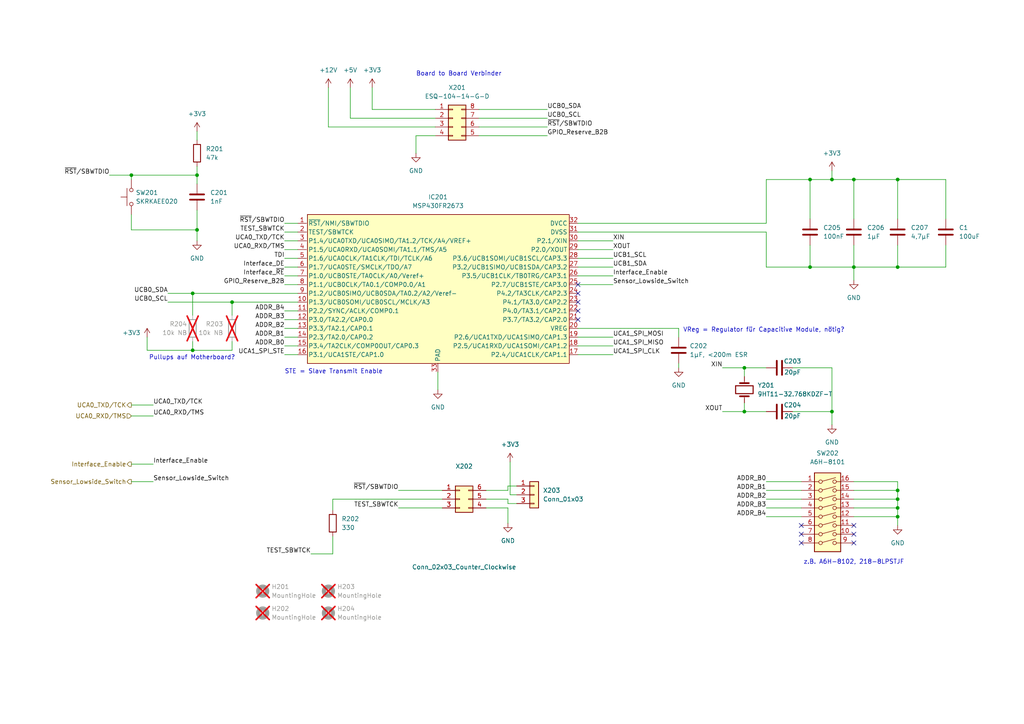
<source format=kicad_sch>
(kicad_sch (version 20250114) (generator "eeschema") (generator_version "9.0")
  (paper "A4")
  (lib_symbols
    (symbol "Connector_Generic:Conn_01x03" (pin_names (offset 1.016) (hide yes))
      (property "Reference" "J" (at 0 5.08 0))
      (property "Value" "Conn_01x03" (at 0 -5.08 0))
      (symbol "Conn_01x03_1_1"
        (rectangle (start -1.27 3.81) (end 1.27 -3.81) (stroke (width 0.254)) (fill (type background)))
        (rectangle (start -1.27 2.667) (end 0 2.413) (stroke (width 0.1524)))
        (rectangle (start -1.27 0.127) (end 0 -0.127) (stroke (width 0.1524)))
        (rectangle (start -1.27 -2.413) (end 0 -2.667) (stroke (width 0.1524)))
        (pin passive line (at -5.08 2.54 0) (length 3.81) (name "Pin_1") (number "1"))
        (pin passive line (at -5.08 0 0) (length 3.81) (name "Pin_2") (number "2"))
        (pin passive line (at -5.08 -2.54 0) (length 3.81) (name "Pin_3") (number "3"))
      )
    )
    (symbol "Connector_Generic:Conn_02x03_Counter_Clockwise" (pin_names (offset 1.016) (hide yes))
      (property "Reference" "J" (at 1.27 5.08 0))
      (property "Value" "Conn_02x03_Counter_Clockwise" (at 1.27 -5.08 0))
      (symbol "Conn_02x03_Counter_Clockwise_1_1"
        (rectangle (start -1.27 3.81) (end 3.81 -3.81) (stroke (width 0.254)) (fill (type background)))
        (rectangle (start -1.27 2.667) (end 0 2.413) (stroke (width 0.1524)))
        (rectangle (start -1.27 0.127) (end 0 -0.127) (stroke (width 0.1524)))
        (rectangle (start -1.27 -2.413) (end 0 -2.667) (stroke (width 0.1524)))
        (rectangle (start 3.81 2.667) (end 2.54 2.413) (stroke (width 0.1524)))
        (rectangle (start 3.81 0.127) (end 2.54 -0.127) (stroke (width 0.1524)))
        (rectangle (start 3.81 -2.413) (end 2.54 -2.667) (stroke (width 0.1524)))
        (pin passive line (at -5.08 2.54 0) (length 3.81) (name "Pin_1") (number "1"))
        (pin passive line (at -5.08 0 0) (length 3.81) (name "Pin_2") (number "2"))
        (pin passive line (at -5.08 -2.54 0) (length 3.81) (name "Pin_3") (number "3"))
        (pin passive line (at 7.62 2.54 180) (length 3.81) (name "Pin_6") (number "6"))
        (pin passive line (at 7.62 0 180) (length 3.81) (name "Pin_5") (number "5"))
        (pin passive line (at 7.62 -2.54 180) (length 3.81) (name "Pin_4") (number "4"))
      )
    )
    (symbol "Connector_Generic:Conn_02x04_Counter_Clockwise" (pin_names (offset 1.016) (hide yes))
      (property "Reference" "J" (at 1.27 5.08 0))
      (property "Value" "Conn_02x04_Counter_Clockwise" (at 1.27 -7.62 0))
      (symbol "Conn_02x04_Counter_Clockwise_1_1"
        (rectangle (start -1.27 3.81) (end 3.81 -6.35) (stroke (width 0.254)) (fill (type background)))
        (rectangle (start -1.27 2.667) (end 0 2.413) (stroke (width 0.1524)))
        (rectangle (start -1.27 0.127) (end 0 -0.127) (stroke (width 0.1524)))
        (rectangle (start -1.27 -2.413) (end 0 -2.667) (stroke (width 0.1524)))
        (rectangle (start -1.27 -4.953) (end 0 -5.207) (stroke (width 0.1524)))
        (rectangle (start 3.81 2.667) (end 2.54 2.413) (stroke (width 0.1524)))
        (rectangle (start 3.81 0.127) (end 2.54 -0.127) (stroke (width 0.1524)))
        (rectangle (start 3.81 -2.413) (end 2.54 -2.667) (stroke (width 0.1524)))
        (rectangle (start 3.81 -4.953) (end 2.54 -5.207) (stroke (width 0.1524)))
        (pin passive line (at -5.08 2.54 0) (length 3.81) (name "Pin_1") (number "1"))
        (pin passive line (at -5.08 0 0) (length 3.81) (name "Pin_2") (number "2"))
        (pin passive line (at -5.08 -2.54 0) (length 3.81) (name "Pin_3") (number "3"))
        (pin passive line (at -5.08 -5.08 0) (length 3.81) (name "Pin_4") (number "4"))
        (pin passive line (at 7.62 2.54 180) (length 3.81) (name "Pin_8") (number "8"))
        (pin passive line (at 7.62 0 180) (length 3.81) (name "Pin_7") (number "7"))
        (pin passive line (at 7.62 -2.54 180) (length 3.81) (name "Pin_6") (number "6"))
        (pin passive line (at 7.62 -5.08 180) (length 3.81) (name "Pin_5") (number "5"))
      )
    )
    (symbol "Device:C" (pin_numbers (hide yes)) (pin_names (offset 0.254))
      (property "Reference" "C" (at 0.635 2.54 0))
      (property "Value" "C" (at 0.635 -2.54 0))
      (symbol "C_0_1"
        (polyline (pts (xy -2.032 0.762) (xy 2.032 0.762)) (stroke (width 0.508)))
        (polyline (pts (xy -2.032 -0.762) (xy 2.032 -0.762)) (stroke (width 0.508)))
      )
      (symbol "C_1_1"
        (pin passive line (at 0 3.81 270) (length 2.794) (name "~") (number "1"))
        (pin passive line (at 0 -3.81 90) (length 2.794) (name "~") (number "2"))
      )
    )
    (symbol "Device:Crystal" (pin_numbers (hide yes)) (pin_names (offset 1.016) (hide yes))
      (property "Reference" "Y" (at 0 3.81 0))
      (property "Value" "Crystal" (at 0 -3.81 0))
      (symbol "Crystal_0_1"
        (polyline (pts (xy -2.54 0) (xy -1.905 0)))
        (polyline (pts (xy -1.905 -1.27) (xy -1.905 1.27)) (stroke (width 0.508)))
        (rectangle (start -1.143 2.54) (end 1.143 -2.54) (stroke (width 0.3048)))
        (polyline (pts (xy 1.905 -1.27) (xy 1.905 1.27)) (stroke (width 0.508)))
        (polyline (pts (xy 2.54 0) (xy 1.905 0)))
      )
      (symbol "Crystal_1_1"
        (pin passive line (at -3.81 0 0) (length 1.27) (name "1") (number "1"))
        (pin passive line (at 3.81 0 180) (length 1.27) (name "2") (number "2"))
      )
    )
    (symbol "Device:R" (pin_numbers (hide yes)) (pin_names (offset 0))
      (property "Reference" "R" (at 2.032 0 90))
      (property "Value" "R" (at 0 0 90))
      (symbol "R_0_1"
        (rectangle (start -1.016 -2.54) (end 1.016 2.54) (stroke (width 0.254)))
      )
      (symbol "R_1_1"
        (pin passive line (at 0 3.81 270) (length 1.27) (name "~") (number "1"))
        (pin passive line (at 0 -3.81 90) (length 1.27) (name "~") (number "2"))
      )
    )
    (symbol "HER_Symbole:MSP430FR267*"
      (property "Reference" "U?" (at 39.42 2.54 0))
      (property "Value" "MSP430FR267*" (at 39.42 0 0))
      (symbol "MSP430FR267*_0_1"
        (rectangle (start 0.254 -2.54) (end 76.2 -45.72) (stroke (width 0.2)) (fill (type background)))
      )
      (symbol "MSP430FR267*_1_1"
        (pin bidirectional line (at -2.54 -5.08 0) (length 2.54) (name "~{RST}/NMI/SBWTDIO") (number "1"))
        (pin bidirectional line (at -2.54 -7.62 0) (length 2.54) (name "TEST/SBWTCK") (number "2"))
        (pin bidirectional line (at -2.54 -10.16 0) (length 2.54) (name "P1.4/UCA0TXD/UCA0SIMO/TA1.2/TCK/A4/VREF+") (number "3"))
        (pin bidirectional line (at -2.54 -12.7 0) (length 2.54) (name "P1.5/UCA0RXD/UCA0SOMI/TA1.1/TMS/A5") (number "4"))
        (pin bidirectional line (at -2.54 -15.24 0) (length 2.54) (name "P1.6/UCA0CLK/TA1CLK/TDI/TCLK/A6") (number "5"))
        (pin bidirectional line (at -2.54 -17.78 0) (length 2.54) (name "P1.7/UCA0STE/SMCLK/TDO/A7") (number "6"))
        (pin bidirectional line (at -2.54 -20.32 0) (length 2.54) (name "P1.0/UCB0STE/TA0CLK/A0/Veref+") (number "7"))
        (pin bidirectional line (at -2.54 -22.86 0) (length 2.54) (name "P1.1/UCB0CLK/TA0.1/COMP0.0/A1") (number "8"))
        (pin bidirectional line (at -2.54 -25.4 0) (length 2.54) (name "P1.2/UCB0SIMO/UCB0SDA/TA0.2/A2/Veref-") (number "9"))
        (pin bidirectional line (at -2.54 -27.94 0) (length 2.54) (name "P1.3/UCB0SOMI/UCB0SCL/MCLK/A3") (number "10"))
        (pin bidirectional line (at -2.54 -30.48 0) (length 2.54) (name "P2.2/SYNC/ACLK/COMP0.1") (number "11"))
        (pin bidirectional line (at -2.54 -33.02 0) (length 2.54) (name "P3.0/TA2.2/CAP0.0") (number "12"))
        (pin bidirectional line (at -2.54 -35.56 0) (length 2.54) (name "P3.3/TA2.1/CAP0.1") (number "13"))
        (pin bidirectional line (at -2.54 -38.1 0) (length 2.54) (name "P2.3/TA2.0/CAP0.2") (number "14"))
        (pin bidirectional line (at -2.54 -40.64 0) (length 2.54) (name "P3.4/TA2CLK/COMP0OUT/CAP0.3") (number "15"))
        (pin bidirectional line (at -2.54 -43.18 0) (length 2.54) (name "P3.1/UCA1STE/CAP1.0") (number "16"))
        (pin power_in line (at 38.1 -48.26 90) (length 2.54) (name "PAD") (number "33"))
        (pin power_in line (at 78.74 -5.08 180) (length 2.54) (name "DVCC") (number "32"))
        (pin power_in line (at 78.74 -7.62 180) (length 2.54) (name "DVSS") (number "31"))
        (pin bidirectional line (at 78.74 -10.16 180) (length 2.54) (name "P2.1/XIN") (number "30"))
        (pin bidirectional line (at 78.74 -12.7 180) (length 2.54) (name "P2.0/XOUT") (number "29"))
        (pin bidirectional line (at 78.74 -15.24 180) (length 2.54) (name "P3.6/UCB1SOMI/UCB1SCL/CAP3.3") (number "28"))
        (pin bidirectional line (at 78.74 -17.78 180) (length 2.54) (name "P3.2/UCB1SIMO/UCB1SDA/CAP3.2") (number "27"))
        (pin bidirectional line (at 78.74 -20.32 180) (length 2.54) (name "P3.5/UCB1CLK/TB0TRG/CAP3.1") (number "26"))
        (pin bidirectional line (at 78.74 -22.86 180) (length 2.54) (name "P2.7/UCB1STE/CAP3.0") (number "25"))
        (pin bidirectional line (at 78.74 -25.4 180) (length 2.54) (name "P4.2/TA3CLK/CAP2.3") (number "24"))
        (pin bidirectional line (at 78.74 -27.94 180) (length 2.54) (name "P4.1/TA3.0/CAP2.2") (number "23"))
        (pin bidirectional line (at 78.74 -30.48 180) (length 2.54) (name "P4.0/TA3.1/CAP2.1") (number "22"))
        (pin bidirectional line (at 78.74 -33.02 180) (length 2.54) (name "P3.7/TA3.2/CAP2.0") (number "21"))
        (pin bidirectional line (at 78.74 -35.56 180) (length 2.54) (name "VREG") (number "20"))
        (pin bidirectional line (at 78.74 -38.1 180) (length 2.54) (name "P2.6/UCA1TXD/UCA1SIMO/CAP1.3") (number "19"))
        (pin bidirectional line (at 78.74 -40.64 180) (length 2.54) (name "P2.5/UCA1RXD/UCA1SOMI/CAP1.2") (number "18"))
        (pin bidirectional line (at 78.74 -43.18 180) (length 2.54) (name "P2.4/UCA1CLK/CAP1.1") (number "17"))
      )
    )
    (symbol "Mechanical:MountingHole" (pin_names (offset 1.016))
      (property "Reference" "H" (at 0 5.08 0))
      (property "Value" "MountingHole" (at 0 3.175 0))
      (symbol "MountingHole_0_1"
        (circle (center 0 0) (radius 1.27) (stroke (width 1.27)))
      )
    )
    (symbol "Switch:SW_DIP_x08" (pin_names (offset 0) (hide yes))
      (property "Reference" "SW" (at 0 13.97 0))
      (property "Value" "SW_DIP_x08" (at 0 -11.43 0))
      (symbol "SW_DIP_x08_0_0"
        (circle (center -2.032 10.16) (radius 0.508))
        (circle (center -2.032 7.62) (radius 0.508))
        (circle (center -2.032 5.08) (radius 0.508))
        (circle (center -2.032 2.54) (radius 0.508))
        (circle (center -2.032 0) (radius 0.508))
        (circle (center -2.032 -2.54) (radius 0.508))
        (circle (center -2.032 -5.08) (radius 0.508))
        (circle (center -2.032 -7.62) (radius 0.508))
        (polyline (pts (xy -1.524 10.287) (xy 2.3622 11.3284)))
        (polyline (pts (xy -1.524 7.747) (xy 2.3622 8.7884)))
        (polyline (pts (xy -1.524 5.207) (xy 2.3622 6.2484)))
        (polyline (pts (xy -1.524 2.667) (xy 2.3622 3.7084)))
        (polyline (pts (xy -1.524 0.127) (xy 2.3622 1.1684)))
        (polyline (pts (xy -1.524 -2.3876) (xy 2.3622 -1.3462)))
        (polyline (pts (xy -1.524 -4.9276) (xy 2.3622 -3.8862)))
        (polyline (pts (xy -1.524 -7.4676) (xy 2.3622 -6.4262)))
        (circle (center 2.032 10.16) (radius 0.508))
        (circle (center 2.032 7.62) (radius 0.508))
        (circle (center 2.032 5.08) (radius 0.508))
        (circle (center 2.032 2.54) (radius 0.508))
        (circle (center 2.032 0) (radius 0.508))
        (circle (center 2.032 -2.54) (radius 0.508))
        (circle (center 2.032 -5.08) (radius 0.508))
        (circle (center 2.032 -7.62) (radius 0.508))
      )
      (symbol "SW_DIP_x08_0_1"
        (rectangle (start -3.81 12.7) (end 3.81 -10.16) (stroke (width 0.254)) (fill (type background)))
      )
      (symbol "SW_DIP_x08_1_1"
        (pin passive line (at -7.62 10.16 0) (length 5.08) (name "~") (number "1"))
        (pin passive line (at -7.62 7.62 0) (length 5.08) (name "~") (number "2"))
        (pin passive line (at -7.62 5.08 0) (length 5.08) (name "~") (number "3"))
        (pin passive line (at -7.62 2.54 0) (length 5.08) (name "~") (number "4"))
        (pin passive line (at -7.62 0 0) (length 5.08) (name "~") (number "5"))
        (pin passive line (at -7.62 -2.54 0) (length 5.08) (name "~") (number "6"))
        (pin passive line (at -7.62 -5.08 0) (length 5.08) (name "~") (number "7"))
        (pin passive line (at -7.62 -7.62 0) (length 5.08) (name "~") (number "8"))
        (pin passive line (at 7.62 10.16 180) (length 5.08) (name "~") (number "16"))
        (pin passive line (at 7.62 7.62 180) (length 5.08) (name "~") (number "15"))
        (pin passive line (at 7.62 5.08 180) (length 5.08) (name "~") (number "14"))
        (pin passive line (at 7.62 2.54 180) (length 5.08) (name "~") (number "13"))
        (pin passive line (at 7.62 0 180) (length 5.08) (name "~") (number "12"))
        (pin passive line (at 7.62 -2.54 180) (length 5.08) (name "~") (number "11"))
        (pin passive line (at 7.62 -5.08 180) (length 5.08) (name "~") (number "10"))
        (pin passive line (at 7.62 -7.62 180) (length 5.08) (name "~") (number "9"))
      )
    )
    (symbol "Switch:SW_Push" (pin_numbers (hide yes)) (pin_names (offset 1.016) (hide yes))
      (property "Reference" "SW" (at 1.27 2.54 0))
      (property "Value" "SW_Push" (at 0 -1.524 0))
      (symbol "SW_Push_0_1"
        (circle (center -2.032 0) (radius 0.508))
        (polyline (pts (xy 0 1.27) (xy 0 3.048)))
        (circle (center 2.032 0) (radius 0.508))
        (polyline (pts (xy 2.54 1.27) (xy -2.54 1.27)))
        (pin passive line (at -5.08 0 0) (length 2.54) (name "1") (number "1"))
        (pin passive line (at 5.08 0 180) (length 2.54) (name "2") (number "2"))
      )
    )
    (symbol "power:+12V" (power) (pin_names (offset 0))
      (property "Value" "+12V" (at 0 3.556 0))
      (symbol "+12V_0_1"
        (polyline (pts (xy -0.762 1.27) (xy 0 2.54)))
        (polyline (pts (xy 0 2.54) (xy 0.762 1.27)))
        (polyline (pts (xy 0 0) (xy 0 2.54)))
      )
      (symbol "+12V_1_1"
        (pin power_in line (at 0 0 90) (length 0) (hide yes) (name "+12V") (number "1"))
      )
    )
    (symbol "power:+3.3V" (power) (pin_names (offset 0))
      (property "Value" "+3.3V" (at 0 3.556 0))
      (symbol "+3.3V_0_1"
        (polyline (pts (xy -0.762 1.27) (xy 0 2.54)))
        (polyline (pts (xy 0 2.54) (xy 0.762 1.27)))
        (polyline (pts (xy 0 0) (xy 0 2.54)))
      )
      (symbol "+3.3V_1_1"
        (pin power_in line (at 0 0 90) (length 0) (hide yes) (name "+3V3") (number "1"))
      )
    )
    (symbol "power:+3V3" (power) (pin_names (offset 0))
      (property "Value" "+3V3" (at 0 3.556 0))
      (symbol "+3V3_0_1"
        (polyline (pts (xy -0.762 1.27) (xy 0 2.54)))
        (polyline (pts (xy 0 2.54) (xy 0.762 1.27)))
        (polyline (pts (xy 0 0) (xy 0 2.54)))
      )
      (symbol "+3V3_1_1"
        (pin power_in line (at 0 0 90) (length 0) (hide yes) (name "+3V3") (number "1"))
      )
    )
    (symbol "power:+5V" (power) (pin_names (offset 0))
      (property "Value" "+5V" (at 0 3.556 0))
      (symbol "+5V_0_1"
        (polyline (pts (xy -0.762 1.27) (xy 0 2.54)))
        (polyline (pts (xy 0 2.54) (xy 0.762 1.27)))
        (polyline (pts (xy 0 0) (xy 0 2.54)))
      )
      (symbol "+5V_1_1"
        (pin power_in line (at 0 0 90) (length 0) (hide yes) (name "+5V") (number "1"))
      )
    )
    (symbol "power:GND" (power) (pin_names (offset 0))
      (property "Value" "GND" (at 0 -3.81 0))
      (symbol "GND_0_1"
        (polyline (pts (xy 0 0) (xy 0 -1.27) (xy 1.27 -1.27) (xy 0 -2.54) (xy -1.27 -1.27) (xy 0 -1.27)))
      )
      (symbol "GND_1_1"
        (pin power_in line (at 0 0 270) (length 0) (hide yes) (name "GND") (number "1"))
      )
    )
  )
  (text "STE = Slave Transmit Enable" (at 82.55 108.585 0) (effects (font (size 1.27 1.27)) (justify left bottom)))
  (text "Pullups auf Motherboard?" (at 43.18 104.521 0) (effects (font (size 1.27 1.27)) (justify left bottom)))
  (text "Board to Board Verbinder\n" (at 120.65 22.225 0) (effects (font (size 1.27 1.27)) (justify left bottom)))
  (text "z.B. A6H-8102, 218-8LPSTJF\n" (at 233.045 163.83 0) (effects (font (size 1.27 1.27)) (justify left bottom)))
  (text "VReg = Regulator für Capacitive Module, nötig?" (at 198.12 96.52 0) (effects (font (size 1.27 1.27)) (justify left bottom)))
  (junction (at 260.35 52.07))
  (junction (at 260.35 147.32))
  (junction (at 234.95 52.07))
  (junction (at 57.15 66.675))
  (junction (at 67.31 87.63))
  (junction (at 241.3 52.07))
  (junction (at 215.9 119.38))
  (junction (at 260.35 142.24))
  (junction (at 57.15 50.8))
  (junction (at 38.1 50.8))
  (junction (at 260.35 149.86))
  (junction (at 241.3 119.38))
  (junction (at 234.95 77.47))
  (junction (at 260.35 144.78))
  (junction (at 55.88 85.09))
  (junction (at 260.35 77.47))
  (junction (at 55.88 101.6))
  (junction (at 215.9 106.68))
  (junction (at 247.65 52.07))
  (junction (at 247.65 77.47))
  (no_connect (at 247.65 152.4))
  (no_connect (at 247.65 154.94))
  (no_connect (at 232.41 154.94))
  (no_connect (at 247.65 157.48))
  (no_connect (at 167.64 82.55))
  (no_connect (at 167.64 85.09))
  (no_connect (at 167.64 90.17))
  (no_connect (at 167.64 92.71))
  (no_connect (at 167.64 87.63))
  (no_connect (at 232.41 157.48))
  (no_connect (at 232.41 152.4))
  (wire (pts (xy 31.75 50.8) (xy 38.1 50.8)))
  (wire (pts (xy 138.938 34.29) (xy 158.75 34.29)))
  (wire (pts (xy 82.55 82.55) (xy 86.36 82.55)))
  (wire (pts (xy 42.6721 97.79) (xy 42.6721 101.6)))
  (wire (pts (xy 55.88 85.09) (xy 86.36 85.09)))
  (wire (pts (xy 82.55 80.01) (xy 86.36 80.01)))
  (wire (pts (xy 126.238 31.75) (xy 107.95 31.75)))
  (wire (pts (xy 260.35 139.7) (xy 260.35 142.24)))
  (wire (pts (xy 101.6 25.4) (xy 101.6 34.29)))
  (wire (pts (xy 222.25 77.47) (xy 234.95 77.47)))
  (wire (pts (xy 55.88 99.06) (xy 55.88 101.6)))
  (wire (pts (xy 82.55 77.47) (xy 86.36 77.47)))
  (wire (pts (xy 234.95 52.07) (xy 241.3 52.07)))
  (wire (pts (xy 274.32 77.47) (xy 260.35 77.47)))
  (wire (pts (xy 247.65 142.24) (xy 260.35 142.24)))
  (wire (pts (xy 167.64 69.85) (xy 177.8 69.85)))
  (wire (pts (xy 232.41 147.32) (xy 222.25 147.32)))
  (wire (pts (xy 260.35 52.07) (xy 260.35 63.5)))
  (wire (pts (xy 128.27 147.32) (xy 115.57 147.32)))
  (wire (pts (xy 247.65 52.07) (xy 247.65 63.5)))
  (wire (pts (xy 126.238 34.29) (xy 101.6 34.29)))
  (wire (pts (xy 232.41 139.7) (xy 222.25 139.7)))
  (wire (pts (xy 274.32 52.07) (xy 260.35 52.07)))
  (wire (pts (xy 48.7045 85.09) (xy 55.88 85.09)))
  (wire (pts (xy 140.97 147.32) (xy 147.32 147.32)))
  (wire (pts (xy 196.85 95.25) (xy 196.85 97.79)))
  (wire (pts (xy 138.938 39.37) (xy 158.75 39.37)))
  (wire (pts (xy 167.64 77.47) (xy 177.8 77.47)))
  (wire (pts (xy 120.65 39.37) (xy 120.65 44.45)))
  (wire (pts (xy 232.41 149.86) (xy 222.25 149.86)))
  (wire (pts (xy 138.938 31.75) (xy 158.75 31.75)))
  (wire (pts (xy 260.35 147.32) (xy 260.35 149.86)))
  (wire (pts (xy 82.55 97.79) (xy 86.36 97.79)))
  (wire (pts (xy 215.9 119.38) (xy 222.25 119.38)))
  (wire (pts (xy 57.15 66.675) (xy 57.15 69.85)))
  (wire (pts (xy 82.55 67.31) (xy 86.36 67.31)))
  (wire (pts (xy 247.65 77.47) (xy 234.95 77.47)))
  (wire (pts (xy 167.64 64.77) (xy 222.25 64.77)))
  (wire (pts (xy 241.3 119.38) (xy 241.3 123.19)))
  (wire (pts (xy 274.32 71.12) (xy 274.32 77.47)))
  (wire (pts (xy 67.31 87.63) (xy 67.31 91.44)))
  (wire (pts (xy 48.7045 87.63) (xy 67.31 87.63)))
  (wire (pts (xy 247.65 52.07) (xy 260.35 52.07)))
  (wire (pts (xy 260.35 77.47) (xy 247.65 77.47)))
  (wire (pts (xy 82.55 64.77) (xy 86.36 64.77)))
  (wire (pts (xy 222.25 64.77) (xy 222.25 52.07)))
  (wire (pts (xy 96.52 144.78) (xy 128.27 144.78)))
  (wire (pts (xy 82.55 72.39) (xy 86.36 72.39)))
  (wire (pts (xy 149.86 140.97) (xy 147.32 140.97)))
  (wire (pts (xy 260.35 149.86) (xy 260.35 152.4)))
  (wire (pts (xy 247.65 77.47) (xy 247.65 81.28)))
  (wire (pts (xy 260.35 144.78) (xy 260.35 147.32)))
  (wire (pts (xy 82.55 74.93) (xy 86.36 74.93)))
  (wire (pts (xy 167.64 95.25) (xy 196.85 95.25)))
  (wire (pts (xy 149.86 143.51) (xy 147.955 143.51)))
  (wire (pts (xy 222.25 67.31) (xy 222.25 77.47)))
  (wire (pts (xy 127 107.95) (xy 127 113.03)))
  (wire (pts (xy 241.3 49.53) (xy 241.3 52.07)))
  (wire (pts (xy 167.64 102.87) (xy 177.8 102.87)))
  (wire (pts (xy 55.88 85.09) (xy 55.88 91.44)))
  (wire (pts (xy 274.32 63.5) (xy 274.32 52.07)))
  (wire (pts (xy 241.3 106.68) (xy 241.3 119.38)))
  (wire (pts (xy 247.65 139.7) (xy 260.35 139.7)))
  (wire (pts (xy 107.95 25.4) (xy 107.95 31.75)))
  (wire (pts (xy 247.65 77.47) (xy 247.65 71.12)))
  (wire (pts (xy 167.64 72.39) (xy 177.8 72.39)))
  (wire (pts (xy 149.86 146.05) (xy 147.32 146.05)))
  (wire (pts (xy 247.65 147.32) (xy 260.35 147.32)))
  (wire (pts (xy 82.55 92.71) (xy 86.36 92.71)))
  (wire (pts (xy 167.64 100.33) (xy 177.8 100.33)))
  (wire (pts (xy 38.1 117.475) (xy 44.45 117.475)))
  (wire (pts (xy 126.238 39.37) (xy 120.65 39.37)))
  (wire (pts (xy 229.87 106.68) (xy 241.3 106.68)))
  (wire (pts (xy 90.17 160.655) (xy 96.52 160.655)))
  (wire (pts (xy 96.52 144.78) (xy 96.52 147.955)))
  (wire (pts (xy 57.15 60.96) (xy 57.15 66.675)))
  (wire (pts (xy 140.97 142.24) (xy 147.32 142.24)))
  (wire (pts (xy 82.55 100.33) (xy 86.36 100.33)))
  (wire (pts (xy 38.1 66.675) (xy 57.15 66.675)))
  (wire (pts (xy 95.25 25.4) (xy 95.25 36.83)))
  (wire (pts (xy 38.1 139.7) (xy 44.45 139.7)))
  (wire (pts (xy 86.36 90.17) (xy 82.55 90.17)))
  (wire (pts (xy 167.64 82.55) (xy 177.8 82.55)))
  (wire (pts (xy 38.1 50.8) (xy 38.1 52.07)))
  (wire (pts (xy 138.938 36.83) (xy 158.75 36.83)))
  (wire (pts (xy 260.35 71.12) (xy 260.35 77.47)))
  (wire (pts (xy 147.32 144.78) (xy 140.97 144.78)))
  (wire (pts (xy 241.3 119.38) (xy 229.87 119.38)))
  (wire (pts (xy 57.15 38.1) (xy 57.15 40.64)))
  (wire (pts (xy 57.15 48.26) (xy 57.15 50.8)))
  (wire (pts (xy 38.1 50.8) (xy 57.15 50.8)))
  (wire (pts (xy 147.32 147.32) (xy 147.32 151.765)))
  (wire (pts (xy 167.64 74.93) (xy 177.8 74.93)))
  (wire (pts (xy 232.41 142.24) (xy 222.25 142.24)))
  (wire (pts (xy 147.955 133.985) (xy 147.955 143.51)))
  (wire (pts (xy 38.1 62.23) (xy 38.1 66.675)))
  (wire (pts (xy 42.6721 101.6) (xy 55.88 101.6)))
  (wire (pts (xy 55.88 101.6) (xy 67.3101 101.6)))
  (wire (pts (xy 222.25 52.07) (xy 234.95 52.07)))
  (wire (pts (xy 260.35 149.86) (xy 247.65 149.86)))
  (wire (pts (xy 167.64 97.79) (xy 177.8 97.79)))
  (wire (pts (xy 215.9 106.68) (xy 215.9 109.22)))
  (wire (pts (xy 260.35 142.24) (xy 260.35 144.78)))
  (wire (pts (xy 241.3 52.07) (xy 247.65 52.07)))
  (wire (pts (xy 38.1 120.65) (xy 44.45 120.65)))
  (wire (pts (xy 147.32 146.05) (xy 147.32 144.78)))
  (wire (pts (xy 167.64 67.31) (xy 222.25 67.31)))
  (wire (pts (xy 209.55 106.68) (xy 215.9 106.68)))
  (wire (pts (xy 126.238 36.83) (xy 95.25 36.83)))
  (wire (pts (xy 209.55 119.38) (xy 215.9 119.38)))
  (wire (pts (xy 215.9 116.84) (xy 215.9 119.38)))
  (wire (pts (xy 82.55 102.87) (xy 86.36 102.87)))
  (wire (pts (xy 82.55 95.25) (xy 86.36 95.25)))
  (wire (pts (xy 167.64 80.01) (xy 177.8 80.01)))
  (wire (pts (xy 96.52 155.575) (xy 96.52 160.655)))
  (wire (pts (xy 260.35 144.78) (xy 247.65 144.78)))
  (wire (pts (xy 38.1 134.62) (xy 44.45 134.62)))
  (wire (pts (xy 67.31 99.06) (xy 67.3101 101.6)))
  (wire (pts (xy 115.57 142.24) (xy 128.27 142.24)))
  (wire (pts (xy 82.55 69.85) (xy 86.36 69.85)))
  (wire (pts (xy 147.32 140.97) (xy 147.32 142.24)))
  (wire (pts (xy 196.85 105.41) (xy 196.85 106.68)))
  (wire (pts (xy 234.95 77.47) (xy 234.95 71.12)))
  (wire (pts (xy 57.15 50.8) (xy 57.15 53.34)))
  (wire (pts (xy 232.41 144.78) (xy 222.25 144.78)))
  (wire (pts (xy 67.31 87.63) (xy 86.36 87.63)))
  (wire (pts (xy 215.9 106.68) (xy 222.25 106.68)))
  (wire (pts (xy 234.95 52.07) (xy 234.95 63.5)))
  (label "XIN" (at 177.8 69.85 0))
  (label "Sensor_Lowside_Switch" (at 177.8 82.55 0))
  (label "UCA1_SPI_STE" (at 82.55 102.87 180))
  (label "Interface_DE" (at 82.55 77.47 180))
  (label "Interface_Enable" (at 177.8 80.01 0))
  (label "UCB0_SDA" (at 48.7045 85.09 180))
  (label "UCA0_TXD{slash}TCK" (at 82.55 69.85 180))
  (label "ADDR_B0" (at 82.55 100.33 180))
  (label "XOUT" (at 209.55 119.38 180))
  (label "~{RST}{slash}SBWTDIO" (at 31.75 50.8 180))
  (label "Interface_~{RE}" (at 82.55 80.01 180))
  (label "UCB0_SDA" (at 158.75 31.75 0))
  (label "~{RST}{slash}SBWTDIO" (at 158.75 36.83 0))
  (label "ADDR_B2" (at 82.55 95.25 180))
  (label "UCB1_SCL" (at 177.8 74.93 0))
  (label "UCA0_TXD{slash}TCK" (at 44.45 117.475 0))
  (label "ADDR_B0" (at 222.25 139.7 180))
  (label "TEST_SBWTCK" (at 82.55 67.31 180))
  (label "~{RST}{slash}SBWTDIO" (at 115.57 142.24 180))
  (label "UCA0_RXD{slash}TMS" (at 82.55 72.39 180))
  (label "UCB1_SDA" (at 177.8 77.47 0))
  (label "GPIO_Reserve_B2B" (at 158.75 39.37 0))
  (label "ADDR_B3" (at 82.55 92.71 180))
  (label "UCB0_SCL" (at 158.75 34.29 0))
  (label "Interface_Enable" (at 44.45 134.62 0))
  (label "Sensor_Lowside_Switch" (at 44.45 139.7 0))
  (label "GPIO_Reserve_B2B" (at 82.55 82.55 180))
  (label "~{RST}{slash}SBWTDIO" (at 82.55 64.77 180))
  (label "TEST_SBWTCK" (at 90.17 160.655 180))
  (label "UCA0_RXD{slash}TMS" (at 44.45 120.65 0))
  (label "UCA1_SPI_MISO" (at 177.8 100.33 0))
  (label "ADDR_B2" (at 222.25 144.78 180))
  (label "TDI" (at 82.55 74.93 180))
  (label "ADDR_B1" (at 82.55 97.79 180))
  (label "XOUT" (at 177.8 72.39 0))
  (label "ADDR_B4" (at 222.25 149.86 180))
  (label "ADDR_B3" (at 222.25 147.32 180))
  (label "UCB0_SCL" (at 48.7045 87.63 180))
  (label "UCA1_SPI_MOSI" (at 177.8 97.79 0))
  (label "XIN" (at 209.55 106.68 180))
  (label "TEST_SBWTCK" (at 115.57 147.32 180))
  (label "UCA1_SPI_CLK" (at 177.8 102.87 0))
  (label "ADDR_B1" (at 222.25 142.24 180))
  (label "ADDR_B4" (at 82.55 90.17 180))
  (hierarchical_label "UCA0_TXD{slash}TCK" (shape output) (at 38.1 117.475 180))
  (hierarchical_label "UCA0_RXD{slash}TMS" (shape input) (at 38.1 120.65 180))
  (hierarchical_label "Interface_Enable" (shape output) (at 38.1 134.62 180))
  (hierarchical_label "Sensor_Lowside_Switch" (shape output) (at 38.1 139.7 180))
  (symbol (lib_id "power:+3V3") (at 42.6721 97.79 0) (unit 1)
    (property "Reference" "#PWR0211" (effects (hide yes)))
    (property "Value" "+3V3" (at 40.7671 96.5199 0) (effects (justify right)))
  )
  (symbol (lib_id "Switch:SW_Push") (at 38.1 57.15 90) (unit 1)
    (property "Reference" "SW201" (at 39.37 55.8799 90) (effects (justify right)))
    (property "Value" "SKRKAEE020" (at 39.37 58.4199 90) (effects (justify right)))
    (property "Footprint" "Button_Switch_SMD:SW_Push_SPST_NO_Alps_SKRK" (effects (hide yes)))
    (property "eurocircuits_MPN" "SKRKAEE020" (effects (hide yes)))
  )
  (symbol (lib_id "Device:C") (at 226.06 106.68 90) (unit 1)
    (property "Reference" "C203" (at 229.87 104.775 90))
    (property "Value" "20pF" (at 229.87 107.95 90))
    (property "Footprint" "Capacitor_SMD:C_0603_1608Metric_Pad1.08x0.95mm_HandSolder" (effects (hide yes)))
    (property "eurocircuits_MPN" "CL10C200JB8NNNC" (effects (hide yes)))
  )
  (symbol (lib_id "Switch:SW_DIP_x08") (at 240.03 149.86 0) (unit 1)
    (property "Reference" "SW202" (at 240.03 131.445 0))
    (property "Value" "A6H-8101" (at 240.03 133.985 0))
    (property "Footprint" "Button_Switch_SMD:SW_DIP_SPSTx08_Slide_Omron_A6H-8101_W6.15mm_P1.27mm" (effects (hide yes)))
    (property "Bauteil" "A6H-8102" (effects (hide yes)))
    (property "eurocircuits_MPN" "A6H-8101" (effects (hide yes)))
  )
  (symbol (lib_id "power:+3.3V") (at 147.955 133.985 0) (unit 1)
    (property "Reference" "#PWR0209" (effects (hide yes)))
    (property "Value" "+3V3" (at 147.955 128.905 0))
  )
  (symbol (lib_id "power:GND") (at 147.32 151.765 0) (unit 1)
    (property "Reference" "#PWR0208" (effects (hide yes)))
    (property "Value" "GND" (at 147.32 156.845 0))
  )
  (symbol (lib_id "Device:C") (at 226.06 119.38 90) (unit 1)
    (property "Reference" "C204" (at 229.87 117.475 90))
    (property "Value" "20pF" (at 229.87 120.65 90))
    (property "Footprint" "Capacitor_SMD:C_0603_1608Metric_Pad1.08x0.95mm_HandSolder" (effects (hide yes)))
    (property "eurocircuits_MPN" "CL10C200JB8NNNC" (effects (hide yes)))
  )
  (symbol (lib_id "Device:C") (at 247.65 67.31 0) (unit 1)
    (property "Reference" "C206" (at 251.46 66.0399 0) (effects (justify left)))
    (property "Value" "1µF" (at 251.46 68.5799 0) (effects (justify left)))
    (property "Footprint" "Capacitor_SMD:C_0603_1608Metric_Pad1.08x0.95mm_HandSolder" (effects (hide yes)))
    (property "eurocircuits_MPN" "CL10A105KB8NNNC" (effects (hide yes)))
  )
  (symbol (lib_id "power:GND") (at 241.3 123.19 0) (unit 1)
    (property "Reference" "#PWR0213" (effects (hide yes)))
    (property "Value" "GND" (at 241.3 128.27 0))
  )
  (symbol (lib_id "Device:C") (at 196.85 101.6 0) (unit 1)
    (property "Reference" "C202" (at 200.025 100.3299 0) (effects (justify left)))
    (property "Value" "1µF, <200m ESR" (at 200.025 102.8699 0) (effects (justify left)))
    (property "Footprint" "Capacitor_SMD:C_0603_1608Metric_Pad1.08x0.95mm_HandSolder" (effects (hide yes)))
    (property "eurocircuits_MPN" "CL10A105KB8NNNC" (effects (hide yes)))
  )
  (symbol (lib_id "power:GND") (at 247.65 81.28 0) (unit 1)
    (property "Reference" "#PWR0214" (effects (hide yes)))
    (property "Value" "GND" (at 247.65 86.36 0))
  )
  (symbol (lib_id "Device:C") (at 260.35 67.31 0) (unit 1)
    (property "Reference" "C207" (at 264.16 66.0399 0) (effects (justify left)))
    (property "Value" "4,7µF" (at 264.16 68.5799 0) (effects (justify left)))
    (property "Footprint" "Capacitor_SMD:C_0603_1608Metric_Pad1.08x0.95mm_HandSolder" (effects (hide yes)))
    (property "eurocircuits_MPN" "CL10A475KP8NNNC" (effects (hide yes)))
  )
  (symbol (lib_id "Mechanical:MountingHole") (at 76.2 171.45 0) (unit 1) (dnp yes)
    (property "Reference" "H201" (at 78.74 170.1799 0) (effects (justify left)))
    (property "Value" "MountingHole" (at 78.74 172.7199 0) (effects (justify left)))
    (property "Footprint" "MountingHole:MountingHole_2.7mm_M2.5" (effects (hide yes)))
  )
  (symbol (lib_id "power:GND") (at 260.35 152.4 0) (unit 1)
    (property "Reference" "#PWR0215" (effects (hide yes)))
    (property "Value" "GND" (at 260.35 157.48 0))
  )
  (symbol (lib_id "power:GND") (at 57.15 69.85 0) (unit 1)
    (property "Reference" "#PWR0202" (effects (hide yes)))
    (property "Value" "GND" (at 57.15 74.93 0))
  )
  (symbol (lib_id "Connector_Generic:Conn_02x04_Counter_Clockwise") (at 131.318 34.29 0) (unit 1)
    (property "Reference" "X201" (at 132.588 25.4 0))
    (property "Value" "ESQ-104-14-G-D" (at 132.588 27.94 0))
    (property "Footprint" "Connector_PinSocket_2.54mm:PinSocket_2x04_P2.54mm_Vertical" (effects (hide yes)))
    (property "eurocircuits_MPN" "ESQ-104-13-G-D" (effects (hide yes)))
  )
  (symbol (lib_id "power:+12V") (at 95.25 25.4 0) (unit 1)
    (property "Reference" "#PWR0203" (effects (hide yes)))
    (property "Value" "+12V" (at 95.25 20.32 0))
  )
  (symbol (lib_id "Device:C") (at 57.15 57.15 0) (unit 1)
    (property "Reference" "C201" (at 60.96 55.8799 0) (effects (justify left)))
    (property "Value" "1nF" (at 60.96 58.4199 0) (effects (justify left)))
    (property "Footprint" "Capacitor_SMD:C_0603_1608Metric_Pad1.08x0.95mm_HandSolder" (effects (hide yes)))
    (property "eurocircuits_MPN" "CL10B102KB8NNNC" (effects (hide yes)))
  )
  (symbol (lib_id "power:+3.3V") (at 107.95 25.4 0) (unit 1)
    (property "Reference" "#PWR0205" (effects (hide yes)))
    (property "Value" "+3V3" (at 107.95 20.32 0))
  )
  (symbol (lib_id "Device:R") (at 67.31 95.25 0) (mirror y) (unit 1) (dnp yes)
    (property "Reference" "R203" (at 64.77 93.9799 0) (effects (justify left)))
    (property "Value" "10k NB" (at 64.77 96.5199 0) (effects (justify left)))
    (property "Footprint" "Resistor_SMD:R_0603_1608Metric_Pad0.98x0.95mm_HandSolder" (effects (hide yes)))
  )
  (symbol (lib_id "Device:R") (at 57.15 44.45 0) (unit 1)
    (property "Reference" "R201" (at 59.69 43.1799 0) (effects (justify left)))
    (property "Value" "47k" (at 59.69 45.7199 0) (effects (justify left)))
    (property "Footprint" "Resistor_SMD:R_0603_1608Metric_Pad0.98x0.95mm_HandSolder" (effects (hide yes)))
    (property "eurocircuits_MPN" "RC0603FR-0747KL" (effects (hide yes)))
  )
  (symbol (lib_id "Device:R") (at 55.88 95.25 0) (mirror y) (unit 1) (dnp yes)
    (property "Reference" "R204" (at 54.2925 93.98 0) (effects (justify left)))
    (property "Value" "10k NB" (at 54.2925 96.52 0) (effects (justify left)))
    (property "Footprint" "Resistor_SMD:R_0603_1608Metric_Pad0.98x0.95mm_HandSolder" (effects (hide yes)))
  )
  (symbol (lib_id "Device:C") (at 274.32 67.31 0) (unit 1)
    (property "Reference" "C1" (at 278.13 66.0399 0) (effects (justify left)))
    (property "Value" "100uF" (at 278.13 68.5799 0) (effects (justify left)))
    (property "Footprint" "Capacitor_SMD:C_0805_2012Metric_Pad1.18x1.45mm_HandSolder" (effects (hide yes)))
    (property "eurocircuits_MPN" "CL21A107MQYNNWE" (effects (hide yes)))
  )
  (symbol (lib_id "Device:C") (at 234.95 67.31 0) (unit 1)
    (property "Reference" "C205" (at 238.76 66.0399 0) (effects (justify left)))
    (property "Value" "100nF" (at 238.76 68.5799 0) (effects (justify left)))
    (property "Footprint" "Capacitor_SMD:C_0603_1608Metric_Pad1.08x0.95mm_HandSolder" (effects (hide yes)))
    (property "eurocircuits_MPN" "GPC0603104" (effects (hide yes)))
  )
  (symbol (lib_id "Connector_Generic:Conn_01x03") (at 154.94 143.51 0) (unit 1)
    (property "Reference" "X203" (at 157.48 142.2399 0) (effects (justify left)))
    (property "Value" "Conn_01x03" (at 157.48 144.7799 0) (effects (justify left)))
    (property "Footprint" "Connector_PinHeader_2.54mm:PinHeader_1x03_P2.54mm_Vertical" (effects (hide yes)))
    (property "eurocircuits_MPN" "61300311121" (effects (hide yes)))
  )
  (symbol (lib_id "power:+5V") (at 101.6 25.4 0) (unit 1)
    (property "Reference" "#PWR0204" (effects (hide yes)))
    (property "Value" "+5V" (at 101.6 20.32 0))
  )
  (symbol (lib_id "Mechanical:MountingHole") (at 95.25 171.45 0) (unit 1) (dnp yes)
    (property "Reference" "H203" (at 97.79 170.1799 0) (effects (justify left)))
    (property "Value" "MountingHole" (at 97.79 172.7199 0) (effects (justify left)))
    (property "Footprint" "MountingHole:MountingHole_2.7mm_M2.5" (effects (hide yes)))
  )
  (symbol (lib_id "Mechanical:MountingHole") (at 95.25 177.8 0) (unit 1) (dnp yes)
    (property "Reference" "H204" (at 97.79 176.5299 0) (effects (justify left)))
    (property "Value" "MountingHole" (at 97.79 179.0699 0) (effects (justify left)))
    (property "Footprint" "MountingHole:MountingHole_2.7mm_M2.5" (effects (hide yes)))
  )
  (symbol (lib_id "power:+3V3") (at 241.3 49.53 0) (unit 1)
    (property "Reference" "#PWR0212" (effects (hide yes)))
    (property "Value" "+3V3" (at 241.3 44.45 0))
  )
  (symbol (lib_id "power:GND") (at 196.85 106.68 0) (unit 1)
    (property "Reference" "#PWR0210" (effects (hide yes)))
    (property "Value" "GND" (at 196.85 111.76 0))
  )
  (symbol (lib_id "Connector_Generic:Conn_02x03_Counter_Clockwise") (at 133.35 144.78 0) (unit 1)
    (property "Reference" "X202" (at 134.62 135.255 0))
    (property "Value" "Conn_02x03_Counter_Clockwise" (at 134.62 164.465 0))
    (property "Footprint" "Connector_PinHeader_2.54mm:PinHeader_2x03_P2.54mm_Vertical" (effects (hide yes)))
    (property "eurocircuits_MPN" "PRT-12807" (effects (hide yes)))
  )
  (symbol (lib_id "power:GND") (at 127 113.03 0) (unit 1)
    (property "Reference" "#PWR0207" (effects (hide yes)))
    (property "Value" "GND" (at 127 118.11 0))
  )
  (symbol (lib_id "Device:Crystal") (at 215.9 113.03 90) (unit 1)
    (property "Reference" "Y201" (at 219.71 111.7599 90) (effects (justify right)))
    (property "Value" "9HT11-32.768KDZF-T" (at 219.71 114.2999 90) (effects (justify right)))
    (property "Footprint" "Crystal:Crystal_SMD_TXC_9HT11-2Pin_2.0x1.2mm_HandSoldering" (effects (hide yes)))
    (property "Bauteil" "9HT11-32.768KDZF-T" (effects (hide yes)))
    (property "eurocircuits_MPN" "9HT11-32.768KDZF-T" (effects (hide yes)))
  )
  (symbol (lib_id "Device:R") (at 96.52 151.765 0) (unit 1)
    (property "Reference" "R202" (at 99.06 150.4949 0) (effects (justify left)))
    (property "Value" "330" (at 99.06 153.0349 0) (effects (justify left)))
    (property "Footprint" "Resistor_SMD:R_0603_1608Metric_Pad0.98x0.95mm_HandSolder" (effects (hide yes)))
    (property "eurocircuits_MPN" "MCWR06X3300FTL" (effects (hide yes)))
  )
  (symbol (lib_id "power:+3V3") (at 57.15 38.1 0) (unit 1)
    (property "Reference" "#PWR0201" (effects (hide yes)))
    (property "Value" "+3V3" (at 57.15 33.02 0))
  )
  (symbol (lib_id "Mechanical:MountingHole") (at 76.2 177.8 0) (unit 1) (dnp yes)
    (property "Reference" "H202" (at 78.74 176.5299 0) (effects (justify left)))
    (property "Value" "MountingHole" (at 78.74 179.0699 0) (effects (justify left)))
    (property "Footprint" "MountingHole:MountingHole_2.7mm_M2.5" (effects (hide yes)))
  )
  (symbol (lib_id "HER_Symbole:MSP430FR267*") (at 88.9 59.69 0) (unit 1)
    (property "Reference" "IC201" (at 127.05 57.15 0))
    (property "Value" "MSP430FR2673" (at 127.05 59.69 0))
    (property "Footprint" "Package_DFN_QFN:VQFN-32-1EP_5x5mm_P0.5mm_EP3.5x3.5mm" (effects (hide yes)))
    (property "eurocircuits_MPN" "MSP430FR2673TRHBR" (effects (hide yes)))
  )
  (symbol (lib_id "power:GND") (at 120.65 44.45 0) (unit 1)
    (property "Reference" "#PWR0206" (effects (hide yes)))
    (property "Value" "GND" (at 120.65 49.53 0))
  )
)
</source>
